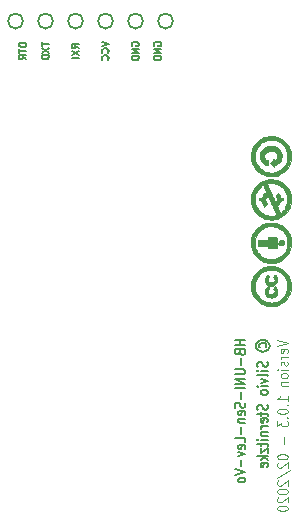
<source format=gbr>
G04 #@! TF.GenerationSoftware,KiCad,Pcbnew,(5.0.2)-1*
G04 #@! TF.CreationDate,2020-02-25T13:04:59+01:00*
G04 #@! TF.ProjectId,HB-UNI-Sen-Lev-Vo,48422d55-4e49-42d5-9365-6e2d4c65762d,V1.0.3*
G04 #@! TF.SameCoordinates,Original*
G04 #@! TF.FileFunction,Legend,Bot*
G04 #@! TF.FilePolarity,Positive*
%FSLAX46Y46*%
G04 Gerber Fmt 4.6, Leading zero omitted, Abs format (unit mm)*
G04 Created by KiCad (PCBNEW (5.0.2)-1) date 25.02.2020 13:04:59*
%MOMM*%
%LPD*%
G01*
G04 APERTURE LIST*
%ADD10C,0.187500*%
%ADD11C,0.150000*%
%ADD12C,0.010000*%
%ADD13C,0.120000*%
G04 APERTURE END LIST*
D10*
X175667142Y-79090000D02*
X174767142Y-79090000D01*
X175195714Y-79090000D02*
X175195714Y-79518571D01*
X175667142Y-79518571D02*
X174767142Y-79518571D01*
X175195714Y-80125714D02*
X175238571Y-80232857D01*
X175281428Y-80268571D01*
X175367142Y-80304285D01*
X175495714Y-80304285D01*
X175581428Y-80268571D01*
X175624285Y-80232857D01*
X175667142Y-80161428D01*
X175667142Y-79875714D01*
X174767142Y-79875714D01*
X174767142Y-80125714D01*
X174810000Y-80197142D01*
X174852857Y-80232857D01*
X174938571Y-80268571D01*
X175024285Y-80268571D01*
X175110000Y-80232857D01*
X175152857Y-80197142D01*
X175195714Y-80125714D01*
X175195714Y-79875714D01*
X175324285Y-80625714D02*
X175324285Y-81197142D01*
X174767142Y-81554285D02*
X175495714Y-81554285D01*
X175581428Y-81590000D01*
X175624285Y-81625714D01*
X175667142Y-81697142D01*
X175667142Y-81840000D01*
X175624285Y-81911428D01*
X175581428Y-81947142D01*
X175495714Y-81982857D01*
X174767142Y-81982857D01*
X175667142Y-82340000D02*
X174767142Y-82340000D01*
X175667142Y-82768571D01*
X174767142Y-82768571D01*
X175667142Y-83125714D02*
X174767142Y-83125714D01*
X175324285Y-83482857D02*
X175324285Y-84054285D01*
X175624285Y-84375714D02*
X175667142Y-84482857D01*
X175667142Y-84661428D01*
X175624285Y-84732857D01*
X175581428Y-84768571D01*
X175495714Y-84804285D01*
X175410000Y-84804285D01*
X175324285Y-84768571D01*
X175281428Y-84732857D01*
X175238571Y-84661428D01*
X175195714Y-84518571D01*
X175152857Y-84447142D01*
X175110000Y-84411428D01*
X175024285Y-84375714D01*
X174938571Y-84375714D01*
X174852857Y-84411428D01*
X174810000Y-84447142D01*
X174767142Y-84518571D01*
X174767142Y-84697142D01*
X174810000Y-84804285D01*
X175624285Y-85411428D02*
X175667142Y-85340000D01*
X175667142Y-85197142D01*
X175624285Y-85125714D01*
X175538571Y-85090000D01*
X175195714Y-85090000D01*
X175110000Y-85125714D01*
X175067142Y-85197142D01*
X175067142Y-85340000D01*
X175110000Y-85411428D01*
X175195714Y-85447142D01*
X175281428Y-85447142D01*
X175367142Y-85090000D01*
X175067142Y-85768571D02*
X175667142Y-85768571D01*
X175152857Y-85768571D02*
X175110000Y-85804285D01*
X175067142Y-85875714D01*
X175067142Y-85982857D01*
X175110000Y-86054285D01*
X175195714Y-86090000D01*
X175667142Y-86090000D01*
X175324285Y-86447142D02*
X175324285Y-87018571D01*
X175667142Y-87732857D02*
X175667142Y-87375714D01*
X174767142Y-87375714D01*
X175624285Y-88268571D02*
X175667142Y-88197142D01*
X175667142Y-88054285D01*
X175624285Y-87982857D01*
X175538571Y-87947142D01*
X175195714Y-87947142D01*
X175110000Y-87982857D01*
X175067142Y-88054285D01*
X175067142Y-88197142D01*
X175110000Y-88268571D01*
X175195714Y-88304285D01*
X175281428Y-88304285D01*
X175367142Y-87947142D01*
X175067142Y-88554285D02*
X175667142Y-88732857D01*
X175067142Y-88911428D01*
X175324285Y-89197142D02*
X175324285Y-89768571D01*
X174767142Y-90018571D02*
X175667142Y-90268571D01*
X174767142Y-90518571D01*
X175667142Y-90875714D02*
X175624285Y-90804285D01*
X175581428Y-90768571D01*
X175495714Y-90732857D01*
X175238571Y-90732857D01*
X175152857Y-90768571D01*
X175110000Y-90804285D01*
X175067142Y-90875714D01*
X175067142Y-90982857D01*
X175110000Y-91054285D01*
X175152857Y-91090000D01*
X175238571Y-91125714D01*
X175495714Y-91125714D01*
X175581428Y-91090000D01*
X175624285Y-91054285D01*
X175667142Y-90982857D01*
X175667142Y-90875714D01*
D11*
G04 #@! TO.C,U1*
X169545000Y-52070000D02*
G75*
G03X169545000Y-52070000I-635000J0D01*
G01*
X167005000Y-52070000D02*
G75*
G03X167005000Y-52070000I-635000J0D01*
G01*
X164465000Y-52070000D02*
G75*
G03X164465000Y-52070000I-635000J0D01*
G01*
X161925000Y-52070000D02*
G75*
G03X161925000Y-52070000I-635000J0D01*
G01*
X159385000Y-52070000D02*
G75*
G03X159385000Y-52070000I-635000J0D01*
G01*
X156845000Y-52070000D02*
G75*
G03X156845000Y-52070000I-635000J0D01*
G01*
D12*
G04 #@! TO.C,G\002A\002A\002A*
G36*
X178732592Y-63392837D02*
X178713157Y-63268464D01*
X178699108Y-63215656D01*
X178633894Y-63066137D01*
X178539337Y-62935043D01*
X178418752Y-62824983D01*
X178275452Y-62738563D01*
X178112751Y-62678391D01*
X177983368Y-62652503D01*
X177788843Y-62641867D01*
X177605944Y-62662829D01*
X177437625Y-62714670D01*
X177286842Y-62796673D01*
X177237076Y-62833718D01*
X177111353Y-62957395D01*
X177015060Y-63100519D01*
X176949539Y-63259560D01*
X176916135Y-63430988D01*
X176916193Y-63611272D01*
X176922088Y-63660785D01*
X176961746Y-63814037D01*
X177032336Y-63952340D01*
X177130206Y-64071739D01*
X177251708Y-64168277D01*
X177393192Y-64237996D01*
X177477964Y-64263420D01*
X177573214Y-64285942D01*
X177573214Y-63858094D01*
X177493690Y-63838069D01*
X177417330Y-63803128D01*
X177348882Y-63744233D01*
X177299950Y-63672527D01*
X177287727Y-63640275D01*
X177280176Y-63594893D01*
X177275268Y-63529899D01*
X177274163Y-63480070D01*
X177288555Y-63371439D01*
X177332515Y-63280844D01*
X177408212Y-63204768D01*
X177467728Y-63165786D01*
X177577621Y-63118257D01*
X177702095Y-63089608D01*
X177833590Y-63079267D01*
X177964548Y-63086663D01*
X178087409Y-63111224D01*
X178194615Y-63152379D01*
X178278605Y-63209554D01*
X178297071Y-63228513D01*
X178352704Y-63318017D01*
X178381649Y-63424175D01*
X178383026Y-63538130D01*
X178355952Y-63651028D01*
X178342306Y-63683038D01*
X178298752Y-63743782D01*
X178235315Y-63796853D01*
X178165871Y-63831774D01*
X178136021Y-63838820D01*
X178101698Y-63836373D01*
X178085225Y-63810404D01*
X178081592Y-63794269D01*
X178076751Y-63774516D01*
X178068484Y-63766082D01*
X178052432Y-63771834D01*
X178024238Y-63794641D01*
X177979541Y-63837369D01*
X177913984Y-63902886D01*
X177909235Y-63907662D01*
X177746328Y-64071500D01*
X177909235Y-64235380D01*
X178072143Y-64399261D01*
X178081214Y-64339702D01*
X178091331Y-64301350D01*
X178113797Y-64278036D01*
X178159233Y-64259978D01*
X178171929Y-64256161D01*
X178338808Y-64192512D01*
X178476370Y-64107887D01*
X178585410Y-64001554D01*
X178666723Y-63872781D01*
X178709945Y-63761186D01*
X178731263Y-63653179D01*
X178738719Y-63525736D01*
X178732592Y-63392837D01*
X178732592Y-63392837D01*
G37*
X178732592Y-63392837D02*
X178713157Y-63268464D01*
X178699108Y-63215656D01*
X178633894Y-63066137D01*
X178539337Y-62935043D01*
X178418752Y-62824983D01*
X178275452Y-62738563D01*
X178112751Y-62678391D01*
X177983368Y-62652503D01*
X177788843Y-62641867D01*
X177605944Y-62662829D01*
X177437625Y-62714670D01*
X177286842Y-62796673D01*
X177237076Y-62833718D01*
X177111353Y-62957395D01*
X177015060Y-63100519D01*
X176949539Y-63259560D01*
X176916135Y-63430988D01*
X176916193Y-63611272D01*
X176922088Y-63660785D01*
X176961746Y-63814037D01*
X177032336Y-63952340D01*
X177130206Y-64071739D01*
X177251708Y-64168277D01*
X177393192Y-64237996D01*
X177477964Y-64263420D01*
X177573214Y-64285942D01*
X177573214Y-63858094D01*
X177493690Y-63838069D01*
X177417330Y-63803128D01*
X177348882Y-63744233D01*
X177299950Y-63672527D01*
X177287727Y-63640275D01*
X177280176Y-63594893D01*
X177275268Y-63529899D01*
X177274163Y-63480070D01*
X177288555Y-63371439D01*
X177332515Y-63280844D01*
X177408212Y-63204768D01*
X177467728Y-63165786D01*
X177577621Y-63118257D01*
X177702095Y-63089608D01*
X177833590Y-63079267D01*
X177964548Y-63086663D01*
X178087409Y-63111224D01*
X178194615Y-63152379D01*
X178278605Y-63209554D01*
X178297071Y-63228513D01*
X178352704Y-63318017D01*
X178381649Y-63424175D01*
X178383026Y-63538130D01*
X178355952Y-63651028D01*
X178342306Y-63683038D01*
X178298752Y-63743782D01*
X178235315Y-63796853D01*
X178165871Y-63831774D01*
X178136021Y-63838820D01*
X178101698Y-63836373D01*
X178085225Y-63810404D01*
X178081592Y-63794269D01*
X178076751Y-63774516D01*
X178068484Y-63766082D01*
X178052432Y-63771834D01*
X178024238Y-63794641D01*
X177979541Y-63837369D01*
X177913984Y-63902886D01*
X177909235Y-63907662D01*
X177746328Y-64071500D01*
X177909235Y-64235380D01*
X178072143Y-64399261D01*
X178081214Y-64339702D01*
X178091331Y-64301350D01*
X178113797Y-64278036D01*
X178159233Y-64259978D01*
X178171929Y-64256161D01*
X178338808Y-64192512D01*
X178476370Y-64107887D01*
X178585410Y-64001554D01*
X178666723Y-63872781D01*
X178709945Y-63761186D01*
X178731263Y-63653179D01*
X178738719Y-63525736D01*
X178732592Y-63392837D01*
G36*
X178944706Y-70783329D02*
X178914901Y-70705566D01*
X178886528Y-70669333D01*
X178820961Y-70626985D01*
X178740487Y-70608420D01*
X178656009Y-70612925D01*
X178578433Y-70639787D01*
X178518664Y-70688294D01*
X178514561Y-70693655D01*
X178484472Y-70758956D01*
X178471023Y-70840763D01*
X178476456Y-70922274D01*
X178481425Y-70941966D01*
X178514278Y-71007836D01*
X178568063Y-71050096D01*
X178646964Y-71071164D01*
X178710985Y-71074643D01*
X178777808Y-71072825D01*
X178821118Y-71064776D01*
X178853611Y-71046601D01*
X178879561Y-71022944D01*
X178926825Y-70952779D01*
X178948610Y-70869321D01*
X178944706Y-70783329D01*
X178944706Y-70783329D01*
G37*
X178944706Y-70783329D02*
X178914901Y-70705566D01*
X178886528Y-70669333D01*
X178820961Y-70626985D01*
X178740487Y-70608420D01*
X178656009Y-70612925D01*
X178578433Y-70639787D01*
X178518664Y-70688294D01*
X178514561Y-70693655D01*
X178484472Y-70758956D01*
X178471023Y-70840763D01*
X178476456Y-70922274D01*
X178481425Y-70941966D01*
X178514278Y-71007836D01*
X178568063Y-71050096D01*
X178646964Y-71071164D01*
X178710985Y-71074643D01*
X178777808Y-71072825D01*
X178821118Y-71064776D01*
X178853611Y-71046601D01*
X178879561Y-71022944D01*
X178926825Y-70952779D01*
X178948610Y-70869321D01*
X178944706Y-70783329D01*
G36*
X178371165Y-70709275D02*
X178369958Y-70607061D01*
X178367575Y-70531967D01*
X178363711Y-70479411D01*
X178358063Y-70444815D01*
X178350326Y-70423596D01*
X178342990Y-70413725D01*
X178328206Y-70403873D01*
X178303100Y-70396520D01*
X178262896Y-70391326D01*
X178202819Y-70387949D01*
X178118093Y-70386047D01*
X178003941Y-70385280D01*
X177943847Y-70385215D01*
X177573214Y-70385215D01*
X177573214Y-70584786D01*
X176738643Y-70584786D01*
X176738643Y-71110929D01*
X177573214Y-71110929D01*
X177573214Y-71310500D01*
X177942331Y-71310500D01*
X178068194Y-71310241D01*
X178162773Y-71309188D01*
X178231066Y-71306923D01*
X178278071Y-71303033D01*
X178308789Y-71297102D01*
X178328217Y-71288713D01*
X178341356Y-71277452D01*
X178341474Y-71277322D01*
X178351429Y-71262259D01*
X178358951Y-71238854D01*
X178364368Y-71202390D01*
X178368005Y-71148152D01*
X178370188Y-71071421D01*
X178371244Y-70967483D01*
X178371500Y-70843189D01*
X178371165Y-70709275D01*
X178371165Y-70709275D01*
G37*
X178371165Y-70709275D02*
X178369958Y-70607061D01*
X178367575Y-70531967D01*
X178363711Y-70479411D01*
X178358063Y-70444815D01*
X178350326Y-70423596D01*
X178342990Y-70413725D01*
X178328206Y-70403873D01*
X178303100Y-70396520D01*
X178262896Y-70391326D01*
X178202819Y-70387949D01*
X178118093Y-70386047D01*
X178003941Y-70385280D01*
X177943847Y-70385215D01*
X177573214Y-70385215D01*
X177573214Y-70584786D01*
X176738643Y-70584786D01*
X176738643Y-71110929D01*
X177573214Y-71110929D01*
X177573214Y-71310500D01*
X177942331Y-71310500D01*
X178068194Y-71310241D01*
X178162773Y-71309188D01*
X178231066Y-71306923D01*
X178278071Y-71303033D01*
X178308789Y-71297102D01*
X178328217Y-71288713D01*
X178341356Y-71277452D01*
X178341474Y-71277322D01*
X178351429Y-71262259D01*
X178358951Y-71238854D01*
X178364368Y-71202390D01*
X178368005Y-71148152D01*
X178370188Y-71071421D01*
X178371244Y-70967483D01*
X178371500Y-70843189D01*
X178371165Y-70709275D01*
G36*
X178369296Y-73949638D02*
X178354746Y-73843050D01*
X178327493Y-73751424D01*
X178311151Y-73718169D01*
X178273323Y-73663615D01*
X178228666Y-73613488D01*
X178184593Y-73574581D01*
X178148519Y-73553684D01*
X178131563Y-73553665D01*
X178116159Y-73573631D01*
X178090830Y-73616501D01*
X178064730Y-73665858D01*
X178012771Y-73768857D01*
X178057153Y-73802276D01*
X178095866Y-73842314D01*
X178129227Y-73893836D01*
X178130721Y-73896897D01*
X178148130Y-73971999D01*
X178134787Y-74047594D01*
X178094032Y-74112366D01*
X178058744Y-74140765D01*
X177970939Y-74176704D01*
X177870948Y-74190091D01*
X177769568Y-74181794D01*
X177677598Y-74152682D01*
X177606633Y-74104425D01*
X177574531Y-74065900D01*
X177559219Y-74024468D01*
X177555087Y-73964233D01*
X177555071Y-73958360D01*
X177557936Y-73898527D01*
X177571252Y-73858013D01*
X177602100Y-73820006D01*
X177621118Y-73801566D01*
X177687165Y-73739276D01*
X177644674Y-73648554D01*
X177618604Y-73596690D01*
X177596735Y-73559768D01*
X177587376Y-73548683D01*
X177561711Y-73552281D01*
X177522245Y-73578932D01*
X177475972Y-73621953D01*
X177429884Y-73674661D01*
X177390976Y-73730372D01*
X177383386Y-73743626D01*
X177343322Y-73848546D01*
X177324262Y-73969288D01*
X177327467Y-74091230D01*
X177346007Y-74177072D01*
X177400216Y-74287040D01*
X177484570Y-74378145D01*
X177586251Y-74442878D01*
X177644583Y-74468770D01*
X177697524Y-74484045D01*
X177758697Y-74491334D01*
X177841724Y-74493272D01*
X177846966Y-74493276D01*
X177929699Y-74491755D01*
X177989679Y-74485352D01*
X178040373Y-74471306D01*
X178095253Y-74446854D01*
X178110199Y-74439307D01*
X178214281Y-74368896D01*
X178295717Y-74278368D01*
X178348424Y-74174823D01*
X178354860Y-74153630D01*
X178369786Y-74057670D01*
X178369296Y-73949638D01*
X178369296Y-73949638D01*
G37*
X178369296Y-73949638D02*
X178354746Y-73843050D01*
X178327493Y-73751424D01*
X178311151Y-73718169D01*
X178273323Y-73663615D01*
X178228666Y-73613488D01*
X178184593Y-73574581D01*
X178148519Y-73553684D01*
X178131563Y-73553665D01*
X178116159Y-73573631D01*
X178090830Y-73616501D01*
X178064730Y-73665858D01*
X178012771Y-73768857D01*
X178057153Y-73802276D01*
X178095866Y-73842314D01*
X178129227Y-73893836D01*
X178130721Y-73896897D01*
X178148130Y-73971999D01*
X178134787Y-74047594D01*
X178094032Y-74112366D01*
X178058744Y-74140765D01*
X177970939Y-74176704D01*
X177870948Y-74190091D01*
X177769568Y-74181794D01*
X177677598Y-74152682D01*
X177606633Y-74104425D01*
X177574531Y-74065900D01*
X177559219Y-74024468D01*
X177555087Y-73964233D01*
X177555071Y-73958360D01*
X177557936Y-73898527D01*
X177571252Y-73858013D01*
X177602100Y-73820006D01*
X177621118Y-73801566D01*
X177687165Y-73739276D01*
X177644674Y-73648554D01*
X177618604Y-73596690D01*
X177596735Y-73559768D01*
X177587376Y-73548683D01*
X177561711Y-73552281D01*
X177522245Y-73578932D01*
X177475972Y-73621953D01*
X177429884Y-73674661D01*
X177390976Y-73730372D01*
X177383386Y-73743626D01*
X177343322Y-73848546D01*
X177324262Y-73969288D01*
X177327467Y-74091230D01*
X177346007Y-74177072D01*
X177400216Y-74287040D01*
X177484570Y-74378145D01*
X177586251Y-74442878D01*
X177644583Y-74468770D01*
X177697524Y-74484045D01*
X177758697Y-74491334D01*
X177841724Y-74493272D01*
X177846966Y-74493276D01*
X177929699Y-74491755D01*
X177989679Y-74485352D01*
X178040373Y-74471306D01*
X178095253Y-74446854D01*
X178110199Y-74439307D01*
X178214281Y-74368896D01*
X178295717Y-74278368D01*
X178348424Y-74174823D01*
X178354860Y-74153630D01*
X178369786Y-74057670D01*
X178369296Y-73949638D01*
G36*
X178363939Y-74868453D02*
X178346339Y-74781946D01*
X178343535Y-74773531D01*
X178319467Y-74725035D01*
X178281703Y-74669331D01*
X178237443Y-74614908D01*
X178193890Y-74570251D01*
X178158246Y-74543848D01*
X178145473Y-74540144D01*
X178127826Y-74555020D01*
X178099776Y-74593801D01*
X178067588Y-74647752D01*
X178008604Y-74755145D01*
X178062597Y-74793591D01*
X178117583Y-74853335D01*
X178143739Y-74928500D01*
X178138320Y-75009281D01*
X178129861Y-75033783D01*
X178091814Y-75096588D01*
X178035777Y-75138301D01*
X177955443Y-75162560D01*
X177893335Y-75170220D01*
X177777333Y-75169608D01*
X177686418Y-75146107D01*
X177616574Y-75098501D01*
X177601022Y-75081611D01*
X177565392Y-75016122D01*
X177554139Y-74941413D01*
X177565962Y-74868084D01*
X177599558Y-74806734D01*
X177638718Y-74774713D01*
X177668828Y-74753224D01*
X177679135Y-74726387D01*
X177669258Y-74686618D01*
X177638814Y-74626333D01*
X177630485Y-74611604D01*
X177578898Y-74521280D01*
X177493655Y-74596314D01*
X177410657Y-74683471D01*
X177358272Y-74775914D01*
X177331543Y-74884062D01*
X177326212Y-74948143D01*
X177325466Y-75021305D01*
X177328835Y-75087544D01*
X177335001Y-75129572D01*
X177382482Y-75242729D01*
X177458814Y-75340683D01*
X177557454Y-75416217D01*
X177623048Y-75447188D01*
X177745574Y-75476880D01*
X177879997Y-75482553D01*
X178011047Y-75464248D01*
X178070695Y-75446055D01*
X178159542Y-75398397D01*
X178242180Y-75328431D01*
X178308862Y-75246105D01*
X178349841Y-75161367D01*
X178349932Y-75161064D01*
X178366006Y-75074351D01*
X178370585Y-74971368D01*
X178363939Y-74868453D01*
X178363939Y-74868453D01*
G37*
X178363939Y-74868453D02*
X178346339Y-74781946D01*
X178343535Y-74773531D01*
X178319467Y-74725035D01*
X178281703Y-74669331D01*
X178237443Y-74614908D01*
X178193890Y-74570251D01*
X178158246Y-74543848D01*
X178145473Y-74540144D01*
X178127826Y-74555020D01*
X178099776Y-74593801D01*
X178067588Y-74647752D01*
X178008604Y-74755145D01*
X178062597Y-74793591D01*
X178117583Y-74853335D01*
X178143739Y-74928500D01*
X178138320Y-75009281D01*
X178129861Y-75033783D01*
X178091814Y-75096588D01*
X178035777Y-75138301D01*
X177955443Y-75162560D01*
X177893335Y-75170220D01*
X177777333Y-75169608D01*
X177686418Y-75146107D01*
X177616574Y-75098501D01*
X177601022Y-75081611D01*
X177565392Y-75016122D01*
X177554139Y-74941413D01*
X177565962Y-74868084D01*
X177599558Y-74806734D01*
X177638718Y-74774713D01*
X177668828Y-74753224D01*
X177679135Y-74726387D01*
X177669258Y-74686618D01*
X177638814Y-74626333D01*
X177630485Y-74611604D01*
X177578898Y-74521280D01*
X177493655Y-74596314D01*
X177410657Y-74683471D01*
X177358272Y-74775914D01*
X177331543Y-74884062D01*
X177326212Y-74948143D01*
X177325466Y-75021305D01*
X177328835Y-75087544D01*
X177335001Y-75129572D01*
X177382482Y-75242729D01*
X177458814Y-75340683D01*
X177557454Y-75416217D01*
X177623048Y-75447188D01*
X177745574Y-75476880D01*
X177879997Y-75482553D01*
X178011047Y-75464248D01*
X178070695Y-75446055D01*
X178159542Y-75398397D01*
X178242180Y-75328431D01*
X178308862Y-75246105D01*
X178349841Y-75161367D01*
X178349932Y-75161064D01*
X178366006Y-75074351D01*
X178370585Y-74971368D01*
X178363939Y-74868453D01*
G36*
X179541435Y-63353658D02*
X179501990Y-63108511D01*
X179465409Y-62973857D01*
X179378438Y-62755238D01*
X179259184Y-62549893D01*
X179110277Y-62361204D01*
X178934344Y-62192555D01*
X178756493Y-62061617D01*
X178555095Y-61952579D01*
X178338374Y-61873731D01*
X178111083Y-61825039D01*
X177877979Y-61806471D01*
X177643818Y-61817992D01*
X177413356Y-61859569D01*
X177191347Y-61931170D01*
X176982549Y-62032760D01*
X176914802Y-62074524D01*
X176733932Y-62213335D01*
X176570191Y-62380114D01*
X176427775Y-62568929D01*
X176310885Y-62773845D01*
X176223718Y-62988927D01*
X176193747Y-63093718D01*
X176162922Y-63261346D01*
X176147776Y-63442723D01*
X176148621Y-63624239D01*
X176165767Y-63792283D01*
X176176488Y-63849160D01*
X176242289Y-64083013D01*
X176334478Y-64295412D01*
X176455856Y-64491319D01*
X176609222Y-64675694D01*
X176687446Y-64754335D01*
X176877822Y-64912765D01*
X177083069Y-65038132D01*
X177302621Y-65130209D01*
X177535911Y-65188770D01*
X177782370Y-65213589D01*
X177841260Y-65214500D01*
X177855547Y-65213665D01*
X177855547Y-64903246D01*
X177716646Y-64899742D01*
X177592829Y-64885780D01*
X177562145Y-64879841D01*
X177358850Y-64817855D01*
X177168145Y-64724587D01*
X176993300Y-64603603D01*
X176837582Y-64458467D01*
X176704259Y-64292745D01*
X176596600Y-64110002D01*
X176517874Y-63913802D01*
X176471347Y-63707711D01*
X176468628Y-63687001D01*
X176459821Y-63529150D01*
X176468281Y-63359722D01*
X176492749Y-63198297D01*
X176502749Y-63155429D01*
X176568101Y-62967622D01*
X176664518Y-62784878D01*
X176786821Y-62614065D01*
X176929835Y-62462051D01*
X177088383Y-62335706D01*
X177149761Y-62296948D01*
X177329841Y-62210938D01*
X177527851Y-62151684D01*
X177736155Y-62120189D01*
X177947119Y-62117457D01*
X178153110Y-62144493D01*
X178209244Y-62157634D01*
X178399077Y-62224607D01*
X178580908Y-62323166D01*
X178749098Y-62448684D01*
X178898007Y-62596540D01*
X179021996Y-62762108D01*
X179086527Y-62876981D01*
X179146256Y-63007215D01*
X179187760Y-63122040D01*
X179213936Y-63234057D01*
X179227683Y-63355868D01*
X179231900Y-63500076D01*
X179231913Y-63509072D01*
X179224692Y-63685705D01*
X179201077Y-63840252D01*
X179158320Y-63984249D01*
X179093673Y-64129231D01*
X179076342Y-64162215D01*
X178959921Y-64341683D01*
X178814794Y-64504451D01*
X178646438Y-64645995D01*
X178460328Y-64761792D01*
X178261941Y-64847320D01*
X178236938Y-64855535D01*
X178128274Y-64880689D01*
X177996949Y-64896744D01*
X177855547Y-64903246D01*
X177855547Y-65213665D01*
X178085932Y-65200198D01*
X178312131Y-65156245D01*
X178524366Y-65081070D01*
X178727145Y-64973104D01*
X178911304Y-64841803D01*
X179092165Y-64674717D01*
X179244234Y-64487442D01*
X179366619Y-64282988D01*
X179458425Y-64064371D01*
X179518759Y-63834601D01*
X179546727Y-63596693D01*
X179541435Y-63353658D01*
X179541435Y-63353658D01*
G37*
X179541435Y-63353658D02*
X179501990Y-63108511D01*
X179465409Y-62973857D01*
X179378438Y-62755238D01*
X179259184Y-62549893D01*
X179110277Y-62361204D01*
X178934344Y-62192555D01*
X178756493Y-62061617D01*
X178555095Y-61952579D01*
X178338374Y-61873731D01*
X178111083Y-61825039D01*
X177877979Y-61806471D01*
X177643818Y-61817992D01*
X177413356Y-61859569D01*
X177191347Y-61931170D01*
X176982549Y-62032760D01*
X176914802Y-62074524D01*
X176733932Y-62213335D01*
X176570191Y-62380114D01*
X176427775Y-62568929D01*
X176310885Y-62773845D01*
X176223718Y-62988927D01*
X176193747Y-63093718D01*
X176162922Y-63261346D01*
X176147776Y-63442723D01*
X176148621Y-63624239D01*
X176165767Y-63792283D01*
X176176488Y-63849160D01*
X176242289Y-64083013D01*
X176334478Y-64295412D01*
X176455856Y-64491319D01*
X176609222Y-64675694D01*
X176687446Y-64754335D01*
X176877822Y-64912765D01*
X177083069Y-65038132D01*
X177302621Y-65130209D01*
X177535911Y-65188770D01*
X177782370Y-65213589D01*
X177841260Y-65214500D01*
X177855547Y-65213665D01*
X177855547Y-64903246D01*
X177716646Y-64899742D01*
X177592829Y-64885780D01*
X177562145Y-64879841D01*
X177358850Y-64817855D01*
X177168145Y-64724587D01*
X176993300Y-64603603D01*
X176837582Y-64458467D01*
X176704259Y-64292745D01*
X176596600Y-64110002D01*
X176517874Y-63913802D01*
X176471347Y-63707711D01*
X176468628Y-63687001D01*
X176459821Y-63529150D01*
X176468281Y-63359722D01*
X176492749Y-63198297D01*
X176502749Y-63155429D01*
X176568101Y-62967622D01*
X176664518Y-62784878D01*
X176786821Y-62614065D01*
X176929835Y-62462051D01*
X177088383Y-62335706D01*
X177149761Y-62296948D01*
X177329841Y-62210938D01*
X177527851Y-62151684D01*
X177736155Y-62120189D01*
X177947119Y-62117457D01*
X178153110Y-62144493D01*
X178209244Y-62157634D01*
X178399077Y-62224607D01*
X178580908Y-62323166D01*
X178749098Y-62448684D01*
X178898007Y-62596540D01*
X179021996Y-62762108D01*
X179086527Y-62876981D01*
X179146256Y-63007215D01*
X179187760Y-63122040D01*
X179213936Y-63234057D01*
X179227683Y-63355868D01*
X179231900Y-63500076D01*
X179231913Y-63509072D01*
X179224692Y-63685705D01*
X179201077Y-63840252D01*
X179158320Y-63984249D01*
X179093673Y-64129231D01*
X179076342Y-64162215D01*
X178959921Y-64341683D01*
X178814794Y-64504451D01*
X178646438Y-64645995D01*
X178460328Y-64761792D01*
X178261941Y-64847320D01*
X178236938Y-64855535D01*
X178128274Y-64880689D01*
X177996949Y-64896744D01*
X177855547Y-64903246D01*
X177855547Y-65213665D01*
X178085932Y-65200198D01*
X178312131Y-65156245D01*
X178524366Y-65081070D01*
X178727145Y-64973104D01*
X178911304Y-64841803D01*
X179092165Y-64674717D01*
X179244234Y-64487442D01*
X179366619Y-64282988D01*
X179458425Y-64064371D01*
X179518759Y-63834601D01*
X179546727Y-63596693D01*
X179541435Y-63353658D01*
G36*
X179541452Y-67020003D02*
X179504343Y-66784536D01*
X179437457Y-66558259D01*
X179341488Y-66346662D01*
X179279745Y-66243374D01*
X179128697Y-66044401D01*
X178954269Y-65872023D01*
X178758826Y-65727935D01*
X178544733Y-65613830D01*
X178314355Y-65531403D01*
X178269483Y-65519598D01*
X178126319Y-65493672D01*
X177961846Y-65479649D01*
X177788858Y-65477534D01*
X177620150Y-65487330D01*
X177468516Y-65509045D01*
X177422604Y-65519272D01*
X177202486Y-65589477D01*
X177002350Y-65686782D01*
X176817198Y-65814116D01*
X176642032Y-65974404D01*
X176637548Y-65979056D01*
X176492351Y-66145322D01*
X176377249Y-66312635D01*
X176286851Y-66489617D01*
X176236624Y-66620224D01*
X176175974Y-66849489D01*
X176146244Y-67086559D01*
X176148121Y-67322762D01*
X176168500Y-67482357D01*
X176227119Y-67707669D01*
X176317950Y-67923693D01*
X176437726Y-68126676D01*
X176583179Y-68312869D01*
X176751042Y-68478520D01*
X176938047Y-68619878D01*
X177140926Y-68733192D01*
X177319214Y-68803317D01*
X177434390Y-68837042D01*
X177540170Y-68859740D01*
X177647695Y-68872727D01*
X177768110Y-68877317D01*
X177850847Y-68875891D01*
X177850847Y-68570614D01*
X177674472Y-68562068D01*
X177518089Y-68535172D01*
X177368857Y-68487022D01*
X177255714Y-68436121D01*
X177057395Y-68318753D01*
X176885755Y-68176869D01*
X176740101Y-68009774D01*
X176619739Y-67816774D01*
X176600846Y-67779515D01*
X176549581Y-67667896D01*
X176513056Y-67567875D01*
X176489310Y-67469407D01*
X176476385Y-67362448D01*
X176472318Y-67236952D01*
X176473799Y-67128572D01*
X176478038Y-67012717D01*
X176484627Y-66924079D01*
X176494706Y-66853611D01*
X176509413Y-66792264D01*
X176520603Y-66757035D01*
X176585457Y-66592048D01*
X176661899Y-66448886D01*
X176757238Y-66315826D01*
X176878783Y-66181148D01*
X176881395Y-66178495D01*
X176962832Y-66100163D01*
X177036832Y-66037039D01*
X177099285Y-65992068D01*
X177146079Y-65968193D01*
X177173104Y-65968358D01*
X177173881Y-65969069D01*
X177185768Y-65989790D01*
X177208956Y-66037043D01*
X177240488Y-66104218D01*
X177277403Y-66184708D01*
X177316742Y-66271905D01*
X177355545Y-66359200D01*
X177390854Y-66439984D01*
X177419708Y-66507651D01*
X177439148Y-66555591D01*
X177446214Y-66577153D01*
X177430969Y-66591037D01*
X177393774Y-66608042D01*
X177388865Y-66609800D01*
X177290262Y-66662631D01*
X177204883Y-66745092D01*
X177137325Y-66851569D01*
X177093725Y-66970292D01*
X177071806Y-67056000D01*
X176946046Y-67058124D01*
X176820286Y-67060247D01*
X176820286Y-67255572D01*
X177078840Y-67266142D01*
X177090911Y-67372834D01*
X177112060Y-67467825D01*
X177151686Y-67572590D01*
X177202817Y-67671039D01*
X177247903Y-67735134D01*
X177285039Y-67779269D01*
X177405659Y-67658649D01*
X177526278Y-67538029D01*
X177487133Y-67496360D01*
X177436680Y-67424656D01*
X177399238Y-67336067D01*
X177376421Y-67240203D01*
X177369843Y-67146674D01*
X177381118Y-67065092D01*
X177405871Y-67012417D01*
X177434439Y-66982728D01*
X177470733Y-66968794D01*
X177528763Y-66965286D01*
X177529780Y-66965286D01*
X177584370Y-66967391D01*
X177615987Y-66978360D01*
X177637895Y-67005177D01*
X177650398Y-67028786D01*
X177674854Y-67079645D01*
X177709595Y-67154955D01*
X177752846Y-67250627D01*
X177802830Y-67362574D01*
X177857772Y-67486707D01*
X177915897Y-67618940D01*
X177975429Y-67755185D01*
X178034593Y-67891355D01*
X178091613Y-68023360D01*
X178144713Y-68147115D01*
X178192118Y-68258531D01*
X178232052Y-68353520D01*
X178262740Y-68427995D01*
X178282406Y-68477869D01*
X178289275Y-68499054D01*
X178289200Y-68499421D01*
X178263171Y-68514906D01*
X178208814Y-68530654D01*
X178134058Y-68545377D01*
X178046825Y-68557788D01*
X177955044Y-68566601D01*
X177866639Y-68570526D01*
X177850847Y-68570614D01*
X177850847Y-68875891D01*
X177912556Y-68874827D01*
X177922132Y-68874484D01*
X178151586Y-68854455D01*
X178358486Y-68810513D01*
X178549521Y-68740231D01*
X178618298Y-68702771D01*
X178618298Y-68334870D01*
X178601569Y-68319334D01*
X178576885Y-68278778D01*
X178549568Y-68221956D01*
X178549361Y-68221478D01*
X178521702Y-68158009D01*
X178484509Y-68073371D01*
X178443048Y-67979524D01*
X178409580Y-67904126D01*
X178318724Y-67699966D01*
X178390713Y-67663240D01*
X178478762Y-67598021D01*
X178548516Y-67501712D01*
X178599722Y-67374704D01*
X178615145Y-67314536D01*
X178622745Y-67288421D01*
X178636800Y-67273503D01*
X178665953Y-67266650D01*
X178718843Y-67264731D01*
X178752846Y-67264643D01*
X178879500Y-67264643D01*
X178879500Y-67065072D01*
X178627144Y-67065072D01*
X178615992Y-66997036D01*
X178596838Y-66914386D01*
X178567476Y-66826056D01*
X178532966Y-66745186D01*
X178498367Y-66684916D01*
X178493203Y-66678115D01*
X178453143Y-66628117D01*
X178237037Y-66846879D01*
X178278783Y-66932804D01*
X178313318Y-67025487D01*
X178329489Y-67118025D01*
X178328012Y-67203578D01*
X178309604Y-67275305D01*
X178274981Y-67326366D01*
X178235296Y-67347940D01*
X178194436Y-67351580D01*
X178171527Y-67344050D01*
X178160721Y-67324280D01*
X178137233Y-67275425D01*
X178102890Y-67201597D01*
X178059524Y-67106904D01*
X178008962Y-66995454D01*
X177953036Y-66871358D01*
X177893573Y-66738725D01*
X177832404Y-66601663D01*
X177771358Y-66464282D01*
X177712264Y-66330691D01*
X177656953Y-66204999D01*
X177607252Y-66091316D01*
X177564992Y-65993750D01*
X177532002Y-65916411D01*
X177510112Y-65863409D01*
X177501151Y-65838851D01*
X177501031Y-65838008D01*
X177516317Y-65819758D01*
X177550536Y-65806671D01*
X177712765Y-65784489D01*
X177891407Y-65781973D01*
X178072912Y-65798326D01*
X178243730Y-65832747D01*
X178305431Y-65851197D01*
X178478298Y-65926159D01*
X178645710Y-66031928D01*
X178801872Y-66163027D01*
X178940988Y-66313978D01*
X179057262Y-66479305D01*
X179138807Y-66638752D01*
X179204528Y-66840708D01*
X179237600Y-67051957D01*
X179238478Y-67266937D01*
X179207619Y-67480085D01*
X179145478Y-67685839D01*
X179052511Y-67878634D01*
X179034812Y-67907899D01*
X178995524Y-67963543D01*
X178941880Y-68029506D01*
X178879230Y-68100306D01*
X178812924Y-68170456D01*
X178748313Y-68234472D01*
X178690746Y-68286869D01*
X178645575Y-68322162D01*
X178618298Y-68334870D01*
X178618298Y-68702771D01*
X178731377Y-68641181D01*
X178900198Y-68519457D01*
X179060908Y-68372761D01*
X179205116Y-68206217D01*
X179327561Y-68027182D01*
X179422983Y-67843011D01*
X179467181Y-67726654D01*
X179523564Y-67496551D01*
X179548090Y-67259171D01*
X179541452Y-67020003D01*
X179541452Y-67020003D01*
G37*
X179541452Y-67020003D02*
X179504343Y-66784536D01*
X179437457Y-66558259D01*
X179341488Y-66346662D01*
X179279745Y-66243374D01*
X179128697Y-66044401D01*
X178954269Y-65872023D01*
X178758826Y-65727935D01*
X178544733Y-65613830D01*
X178314355Y-65531403D01*
X178269483Y-65519598D01*
X178126319Y-65493672D01*
X177961846Y-65479649D01*
X177788858Y-65477534D01*
X177620150Y-65487330D01*
X177468516Y-65509045D01*
X177422604Y-65519272D01*
X177202486Y-65589477D01*
X177002350Y-65686782D01*
X176817198Y-65814116D01*
X176642032Y-65974404D01*
X176637548Y-65979056D01*
X176492351Y-66145322D01*
X176377249Y-66312635D01*
X176286851Y-66489617D01*
X176236624Y-66620224D01*
X176175974Y-66849489D01*
X176146244Y-67086559D01*
X176148121Y-67322762D01*
X176168500Y-67482357D01*
X176227119Y-67707669D01*
X176317950Y-67923693D01*
X176437726Y-68126676D01*
X176583179Y-68312869D01*
X176751042Y-68478520D01*
X176938047Y-68619878D01*
X177140926Y-68733192D01*
X177319214Y-68803317D01*
X177434390Y-68837042D01*
X177540170Y-68859740D01*
X177647695Y-68872727D01*
X177768110Y-68877317D01*
X177850847Y-68875891D01*
X177850847Y-68570614D01*
X177674472Y-68562068D01*
X177518089Y-68535172D01*
X177368857Y-68487022D01*
X177255714Y-68436121D01*
X177057395Y-68318753D01*
X176885755Y-68176869D01*
X176740101Y-68009774D01*
X176619739Y-67816774D01*
X176600846Y-67779515D01*
X176549581Y-67667896D01*
X176513056Y-67567875D01*
X176489310Y-67469407D01*
X176476385Y-67362448D01*
X176472318Y-67236952D01*
X176473799Y-67128572D01*
X176478038Y-67012717D01*
X176484627Y-66924079D01*
X176494706Y-66853611D01*
X176509413Y-66792264D01*
X176520603Y-66757035D01*
X176585457Y-66592048D01*
X176661899Y-66448886D01*
X176757238Y-66315826D01*
X176878783Y-66181148D01*
X176881395Y-66178495D01*
X176962832Y-66100163D01*
X177036832Y-66037039D01*
X177099285Y-65992068D01*
X177146079Y-65968193D01*
X177173104Y-65968358D01*
X177173881Y-65969069D01*
X177185768Y-65989790D01*
X177208956Y-66037043D01*
X177240488Y-66104218D01*
X177277403Y-66184708D01*
X177316742Y-66271905D01*
X177355545Y-66359200D01*
X177390854Y-66439984D01*
X177419708Y-66507651D01*
X177439148Y-66555591D01*
X177446214Y-66577153D01*
X177430969Y-66591037D01*
X177393774Y-66608042D01*
X177388865Y-66609800D01*
X177290262Y-66662631D01*
X177204883Y-66745092D01*
X177137325Y-66851569D01*
X177093725Y-66970292D01*
X177071806Y-67056000D01*
X176946046Y-67058124D01*
X176820286Y-67060247D01*
X176820286Y-67255572D01*
X177078840Y-67266142D01*
X177090911Y-67372834D01*
X177112060Y-67467825D01*
X177151686Y-67572590D01*
X177202817Y-67671039D01*
X177247903Y-67735134D01*
X177285039Y-67779269D01*
X177405659Y-67658649D01*
X177526278Y-67538029D01*
X177487133Y-67496360D01*
X177436680Y-67424656D01*
X177399238Y-67336067D01*
X177376421Y-67240203D01*
X177369843Y-67146674D01*
X177381118Y-67065092D01*
X177405871Y-67012417D01*
X177434439Y-66982728D01*
X177470733Y-66968794D01*
X177528763Y-66965286D01*
X177529780Y-66965286D01*
X177584370Y-66967391D01*
X177615987Y-66978360D01*
X177637895Y-67005177D01*
X177650398Y-67028786D01*
X177674854Y-67079645D01*
X177709595Y-67154955D01*
X177752846Y-67250627D01*
X177802830Y-67362574D01*
X177857772Y-67486707D01*
X177915897Y-67618940D01*
X177975429Y-67755185D01*
X178034593Y-67891355D01*
X178091613Y-68023360D01*
X178144713Y-68147115D01*
X178192118Y-68258531D01*
X178232052Y-68353520D01*
X178262740Y-68427995D01*
X178282406Y-68477869D01*
X178289275Y-68499054D01*
X178289200Y-68499421D01*
X178263171Y-68514906D01*
X178208814Y-68530654D01*
X178134058Y-68545377D01*
X178046825Y-68557788D01*
X177955044Y-68566601D01*
X177866639Y-68570526D01*
X177850847Y-68570614D01*
X177850847Y-68875891D01*
X177912556Y-68874827D01*
X177922132Y-68874484D01*
X178151586Y-68854455D01*
X178358486Y-68810513D01*
X178549521Y-68740231D01*
X178618298Y-68702771D01*
X178618298Y-68334870D01*
X178601569Y-68319334D01*
X178576885Y-68278778D01*
X178549568Y-68221956D01*
X178549361Y-68221478D01*
X178521702Y-68158009D01*
X178484509Y-68073371D01*
X178443048Y-67979524D01*
X178409580Y-67904126D01*
X178318724Y-67699966D01*
X178390713Y-67663240D01*
X178478762Y-67598021D01*
X178548516Y-67501712D01*
X178599722Y-67374704D01*
X178615145Y-67314536D01*
X178622745Y-67288421D01*
X178636800Y-67273503D01*
X178665953Y-67266650D01*
X178718843Y-67264731D01*
X178752846Y-67264643D01*
X178879500Y-67264643D01*
X178879500Y-67065072D01*
X178627144Y-67065072D01*
X178615992Y-66997036D01*
X178596838Y-66914386D01*
X178567476Y-66826056D01*
X178532966Y-66745186D01*
X178498367Y-66684916D01*
X178493203Y-66678115D01*
X178453143Y-66628117D01*
X178237037Y-66846879D01*
X178278783Y-66932804D01*
X178313318Y-67025487D01*
X178329489Y-67118025D01*
X178328012Y-67203578D01*
X178309604Y-67275305D01*
X178274981Y-67326366D01*
X178235296Y-67347940D01*
X178194436Y-67351580D01*
X178171527Y-67344050D01*
X178160721Y-67324280D01*
X178137233Y-67275425D01*
X178102890Y-67201597D01*
X178059524Y-67106904D01*
X178008962Y-66995454D01*
X177953036Y-66871358D01*
X177893573Y-66738725D01*
X177832404Y-66601663D01*
X177771358Y-66464282D01*
X177712264Y-66330691D01*
X177656953Y-66204999D01*
X177607252Y-66091316D01*
X177564992Y-65993750D01*
X177532002Y-65916411D01*
X177510112Y-65863409D01*
X177501151Y-65838851D01*
X177501031Y-65838008D01*
X177516317Y-65819758D01*
X177550536Y-65806671D01*
X177712765Y-65784489D01*
X177891407Y-65781973D01*
X178072912Y-65798326D01*
X178243730Y-65832747D01*
X178305431Y-65851197D01*
X178478298Y-65926159D01*
X178645710Y-66031928D01*
X178801872Y-66163027D01*
X178940988Y-66313978D01*
X179057262Y-66479305D01*
X179138807Y-66638752D01*
X179204528Y-66840708D01*
X179237600Y-67051957D01*
X179238478Y-67266937D01*
X179207619Y-67480085D01*
X179145478Y-67685839D01*
X179052511Y-67878634D01*
X179034812Y-67907899D01*
X178995524Y-67963543D01*
X178941880Y-68029506D01*
X178879230Y-68100306D01*
X178812924Y-68170456D01*
X178748313Y-68234472D01*
X178690746Y-68286869D01*
X178645575Y-68322162D01*
X178618298Y-68334870D01*
X178618298Y-68702771D01*
X178731377Y-68641181D01*
X178900198Y-68519457D01*
X179060908Y-68372761D01*
X179205116Y-68206217D01*
X179327561Y-68027182D01*
X179422983Y-67843011D01*
X179467181Y-67726654D01*
X179523564Y-67496551D01*
X179548090Y-67259171D01*
X179541452Y-67020003D01*
G36*
X179539760Y-70660643D02*
X179501246Y-70427579D01*
X179432314Y-70204269D01*
X179341724Y-70011333D01*
X179205941Y-69804238D01*
X179044593Y-69620870D01*
X178860587Y-69463470D01*
X178656829Y-69334274D01*
X178436227Y-69235524D01*
X178268110Y-69184412D01*
X178127819Y-69159181D01*
X177965980Y-69145353D01*
X177795290Y-69142935D01*
X177628443Y-69151932D01*
X177478138Y-69172349D01*
X177424275Y-69184015D01*
X177200980Y-69255371D01*
X176997200Y-69355240D01*
X176808795Y-69486023D01*
X176645900Y-69635280D01*
X176479194Y-69830704D01*
X176345574Y-70040284D01*
X176243958Y-70265957D01*
X176184283Y-70462222D01*
X176166298Y-70563077D01*
X176154265Y-70687280D01*
X176148503Y-70822334D01*
X176149330Y-70955741D01*
X176157064Y-71075005D01*
X176166912Y-71144185D01*
X176226172Y-71375631D01*
X176312434Y-71587254D01*
X176428251Y-71783709D01*
X176576179Y-71969647D01*
X176677736Y-72074544D01*
X176861994Y-72232786D01*
X177054578Y-72357370D01*
X177259759Y-72450697D01*
X177447211Y-72507231D01*
X177556773Y-72526417D01*
X177689619Y-72538817D01*
X177833825Y-72544254D01*
X177840893Y-72544171D01*
X177840893Y-72235667D01*
X177684845Y-72228715D01*
X177544071Y-72207628D01*
X177519087Y-72201741D01*
X177314607Y-72131704D01*
X177121770Y-72029323D01*
X176945733Y-71897954D01*
X176791654Y-71740956D01*
X176769434Y-71713746D01*
X176685702Y-71602206D01*
X176622336Y-71501087D01*
X176572058Y-71397313D01*
X176528801Y-71281432D01*
X176478527Y-71077490D01*
X176459380Y-70863185D01*
X176471645Y-70647269D01*
X176502749Y-70485143D01*
X176568704Y-70295961D01*
X176665844Y-70113539D01*
X176789329Y-69943759D01*
X176934316Y-69792503D01*
X177095964Y-69665653D01*
X177249097Y-69578437D01*
X177373546Y-69524862D01*
X177488941Y-69488082D01*
X177607430Y-69465535D01*
X177741158Y-69454659D01*
X177845357Y-69452625D01*
X177990399Y-69455993D01*
X178112406Y-69468746D01*
X178224047Y-69493801D01*
X178337991Y-69534072D01*
X178466908Y-69592475D01*
X178479147Y-69598460D01*
X178557333Y-69638833D01*
X178621567Y-69677941D01*
X178681393Y-69722948D01*
X178746357Y-69781017D01*
X178823861Y-69857154D01*
X178913532Y-69951142D01*
X178981549Y-70032190D01*
X179035051Y-70109443D01*
X179073294Y-70176750D01*
X179162360Y-70384718D01*
X179217514Y-70601131D01*
X179238456Y-70821934D01*
X179224889Y-71043077D01*
X179176513Y-71260507D01*
X179157518Y-71317845D01*
X179074050Y-71501059D01*
X178959550Y-71674253D01*
X178818886Y-71832683D01*
X178656926Y-71971602D01*
X178478539Y-72086264D01*
X178288593Y-72171924D01*
X178277289Y-72175915D01*
X178149453Y-72208847D01*
X177999875Y-72228904D01*
X177840893Y-72235667D01*
X177840893Y-72544171D01*
X177977467Y-72542552D01*
X178108620Y-72533536D01*
X178208658Y-72518489D01*
X178434779Y-72452376D01*
X178650111Y-72353681D01*
X178850854Y-72225428D01*
X179033205Y-72070642D01*
X179193363Y-71892347D01*
X179327524Y-71693569D01*
X179386535Y-71581478D01*
X179471245Y-71363879D01*
X179524915Y-71134242D01*
X179547702Y-70898014D01*
X179539760Y-70660643D01*
X179539760Y-70660643D01*
G37*
X179539760Y-70660643D02*
X179501246Y-70427579D01*
X179432314Y-70204269D01*
X179341724Y-70011333D01*
X179205941Y-69804238D01*
X179044593Y-69620870D01*
X178860587Y-69463470D01*
X178656829Y-69334274D01*
X178436227Y-69235524D01*
X178268110Y-69184412D01*
X178127819Y-69159181D01*
X177965980Y-69145353D01*
X177795290Y-69142935D01*
X177628443Y-69151932D01*
X177478138Y-69172349D01*
X177424275Y-69184015D01*
X177200980Y-69255371D01*
X176997200Y-69355240D01*
X176808795Y-69486023D01*
X176645900Y-69635280D01*
X176479194Y-69830704D01*
X176345574Y-70040284D01*
X176243958Y-70265957D01*
X176184283Y-70462222D01*
X176166298Y-70563077D01*
X176154265Y-70687280D01*
X176148503Y-70822334D01*
X176149330Y-70955741D01*
X176157064Y-71075005D01*
X176166912Y-71144185D01*
X176226172Y-71375631D01*
X176312434Y-71587254D01*
X176428251Y-71783709D01*
X176576179Y-71969647D01*
X176677736Y-72074544D01*
X176861994Y-72232786D01*
X177054578Y-72357370D01*
X177259759Y-72450697D01*
X177447211Y-72507231D01*
X177556773Y-72526417D01*
X177689619Y-72538817D01*
X177833825Y-72544254D01*
X177840893Y-72544171D01*
X177840893Y-72235667D01*
X177684845Y-72228715D01*
X177544071Y-72207628D01*
X177519087Y-72201741D01*
X177314607Y-72131704D01*
X177121770Y-72029323D01*
X176945733Y-71897954D01*
X176791654Y-71740956D01*
X176769434Y-71713746D01*
X176685702Y-71602206D01*
X176622336Y-71501087D01*
X176572058Y-71397313D01*
X176528801Y-71281432D01*
X176478527Y-71077490D01*
X176459380Y-70863185D01*
X176471645Y-70647269D01*
X176502749Y-70485143D01*
X176568704Y-70295961D01*
X176665844Y-70113539D01*
X176789329Y-69943759D01*
X176934316Y-69792503D01*
X177095964Y-69665653D01*
X177249097Y-69578437D01*
X177373546Y-69524862D01*
X177488941Y-69488082D01*
X177607430Y-69465535D01*
X177741158Y-69454659D01*
X177845357Y-69452625D01*
X177990399Y-69455993D01*
X178112406Y-69468746D01*
X178224047Y-69493801D01*
X178337991Y-69534072D01*
X178466908Y-69592475D01*
X178479147Y-69598460D01*
X178557333Y-69638833D01*
X178621567Y-69677941D01*
X178681393Y-69722948D01*
X178746357Y-69781017D01*
X178823861Y-69857154D01*
X178913532Y-69951142D01*
X178981549Y-70032190D01*
X179035051Y-70109443D01*
X179073294Y-70176750D01*
X179162360Y-70384718D01*
X179217514Y-70601131D01*
X179238456Y-70821934D01*
X179224889Y-71043077D01*
X179176513Y-71260507D01*
X179157518Y-71317845D01*
X179074050Y-71501059D01*
X178959550Y-71674253D01*
X178818886Y-71832683D01*
X178656926Y-71971602D01*
X178478539Y-72086264D01*
X178288593Y-72171924D01*
X178277289Y-72175915D01*
X178149453Y-72208847D01*
X177999875Y-72228904D01*
X177840893Y-72235667D01*
X177840893Y-72544171D01*
X177977467Y-72542552D01*
X178108620Y-72533536D01*
X178208658Y-72518489D01*
X178434779Y-72452376D01*
X178650111Y-72353681D01*
X178850854Y-72225428D01*
X179033205Y-72070642D01*
X179193363Y-71892347D01*
X179327524Y-71693569D01*
X179386535Y-71581478D01*
X179471245Y-71363879D01*
X179524915Y-71134242D01*
X179547702Y-70898014D01*
X179539760Y-70660643D01*
G36*
X179529188Y-74234048D02*
X179488038Y-74035775D01*
X179476277Y-73996553D01*
X179387012Y-73772900D01*
X179267756Y-73564151D01*
X179121824Y-73374034D01*
X178952531Y-73206276D01*
X178763192Y-73064604D01*
X178557124Y-72952745D01*
X178541706Y-72945931D01*
X178321742Y-72868610D01*
X178091825Y-72822039D01*
X177857144Y-72805801D01*
X177622889Y-72819482D01*
X177394249Y-72862668D01*
X177176414Y-72934942D01*
X176974573Y-73035890D01*
X176911000Y-73076342D01*
X176723001Y-73224018D01*
X176558452Y-73395538D01*
X176418984Y-73586985D01*
X176306227Y-73794441D01*
X176221813Y-74013992D01*
X176167372Y-74241719D01*
X176144537Y-74473707D01*
X176154937Y-74706039D01*
X176176816Y-74839286D01*
X176246186Y-75085683D01*
X176346529Y-75313250D01*
X176477429Y-75521353D01*
X176638470Y-75709353D01*
X176829236Y-75876613D01*
X176877553Y-75912283D01*
X177078993Y-76034438D01*
X177296052Y-76125944D01*
X177524117Y-76186276D01*
X177758577Y-76214909D01*
X177874907Y-76213141D01*
X177874907Y-75907072D01*
X177666962Y-75895238D01*
X177461701Y-75850592D01*
X177262371Y-75772916D01*
X177072220Y-75661996D01*
X176994590Y-75604425D01*
X176837891Y-75457803D01*
X176703058Y-75286135D01*
X176594472Y-75096170D01*
X176516519Y-74894660D01*
X176503633Y-74848357D01*
X176477528Y-74703730D01*
X176466799Y-74541496D01*
X176471436Y-74376447D01*
X176491427Y-74223376D01*
X176504171Y-74167081D01*
X176556042Y-74013949D01*
X176630664Y-73854559D01*
X176720735Y-73702985D01*
X176801903Y-73593307D01*
X176952236Y-73439684D01*
X177122802Y-73314324D01*
X177309889Y-73218225D01*
X177509784Y-73152390D01*
X177718774Y-73117817D01*
X177933147Y-73115508D01*
X178149189Y-73146461D01*
X178301752Y-73189246D01*
X178475676Y-73262473D01*
X178636071Y-73360739D01*
X178790213Y-73488767D01*
X178843214Y-73540651D01*
X178986503Y-73708896D01*
X179096695Y-73889855D01*
X179174904Y-74086037D01*
X179222243Y-74299949D01*
X179235446Y-74424947D01*
X179233382Y-74648440D01*
X179196556Y-74863653D01*
X179125950Y-75067954D01*
X179022549Y-75258708D01*
X178887334Y-75433282D01*
X178841212Y-75481606D01*
X178668566Y-75630597D01*
X178482365Y-75747855D01*
X178285856Y-75833164D01*
X178082288Y-75886309D01*
X177874907Y-75907072D01*
X177874907Y-76213141D01*
X177994823Y-76211317D01*
X178228241Y-76174976D01*
X178454221Y-76105359D01*
X178480357Y-76094852D01*
X178700912Y-75985216D01*
X178902541Y-75847352D01*
X179082227Y-75684413D01*
X179236951Y-75499554D01*
X179363696Y-75295927D01*
X179459445Y-75076687D01*
X179462186Y-75068805D01*
X179513398Y-74875116D01*
X179541729Y-74664343D01*
X179547039Y-74447113D01*
X179529188Y-74234048D01*
X179529188Y-74234048D01*
G37*
X179529188Y-74234048D02*
X179488038Y-74035775D01*
X179476277Y-73996553D01*
X179387012Y-73772900D01*
X179267756Y-73564151D01*
X179121824Y-73374034D01*
X178952531Y-73206276D01*
X178763192Y-73064604D01*
X178557124Y-72952745D01*
X178541706Y-72945931D01*
X178321742Y-72868610D01*
X178091825Y-72822039D01*
X177857144Y-72805801D01*
X177622889Y-72819482D01*
X177394249Y-72862668D01*
X177176414Y-72934942D01*
X176974573Y-73035890D01*
X176911000Y-73076342D01*
X176723001Y-73224018D01*
X176558452Y-73395538D01*
X176418984Y-73586985D01*
X176306227Y-73794441D01*
X176221813Y-74013992D01*
X176167372Y-74241719D01*
X176144537Y-74473707D01*
X176154937Y-74706039D01*
X176176816Y-74839286D01*
X176246186Y-75085683D01*
X176346529Y-75313250D01*
X176477429Y-75521353D01*
X176638470Y-75709353D01*
X176829236Y-75876613D01*
X176877553Y-75912283D01*
X177078993Y-76034438D01*
X177296052Y-76125944D01*
X177524117Y-76186276D01*
X177758577Y-76214909D01*
X177874907Y-76213141D01*
X177874907Y-75907072D01*
X177666962Y-75895238D01*
X177461701Y-75850592D01*
X177262371Y-75772916D01*
X177072220Y-75661996D01*
X176994590Y-75604425D01*
X176837891Y-75457803D01*
X176703058Y-75286135D01*
X176594472Y-75096170D01*
X176516519Y-74894660D01*
X176503633Y-74848357D01*
X176477528Y-74703730D01*
X176466799Y-74541496D01*
X176471436Y-74376447D01*
X176491427Y-74223376D01*
X176504171Y-74167081D01*
X176556042Y-74013949D01*
X176630664Y-73854559D01*
X176720735Y-73702985D01*
X176801903Y-73593307D01*
X176952236Y-73439684D01*
X177122802Y-73314324D01*
X177309889Y-73218225D01*
X177509784Y-73152390D01*
X177718774Y-73117817D01*
X177933147Y-73115508D01*
X178149189Y-73146461D01*
X178301752Y-73189246D01*
X178475676Y-73262473D01*
X178636071Y-73360739D01*
X178790213Y-73488767D01*
X178843214Y-73540651D01*
X178986503Y-73708896D01*
X179096695Y-73889855D01*
X179174904Y-74086037D01*
X179222243Y-74299949D01*
X179235446Y-74424947D01*
X179233382Y-74648440D01*
X179196556Y-74863653D01*
X179125950Y-75067954D01*
X179022549Y-75258708D01*
X178887334Y-75433282D01*
X178841212Y-75481606D01*
X178668566Y-75630597D01*
X178482365Y-75747855D01*
X178285856Y-75833164D01*
X178082288Y-75886309D01*
X177874907Y-75907072D01*
X177874907Y-76213141D01*
X177994823Y-76211317D01*
X178228241Y-76174976D01*
X178454221Y-76105359D01*
X178480357Y-76094852D01*
X178700912Y-75985216D01*
X178902541Y-75847352D01*
X179082227Y-75684413D01*
X179236951Y-75499554D01*
X179363696Y-75295927D01*
X179459445Y-75076687D01*
X179462186Y-75068805D01*
X179513398Y-74875116D01*
X179541729Y-74664343D01*
X179547039Y-74447113D01*
X179529188Y-74234048D01*
G04 #@! TO.C,U1*
D11*
X167975000Y-54152857D02*
X167946428Y-54095714D01*
X167946428Y-54010000D01*
X167975000Y-53924285D01*
X168032142Y-53867142D01*
X168089285Y-53838571D01*
X168203571Y-53810000D01*
X168289285Y-53810000D01*
X168403571Y-53838571D01*
X168460714Y-53867142D01*
X168517857Y-53924285D01*
X168546428Y-54010000D01*
X168546428Y-54067142D01*
X168517857Y-54152857D01*
X168489285Y-54181428D01*
X168289285Y-54181428D01*
X168289285Y-54067142D01*
X168546428Y-54438571D02*
X167946428Y-54438571D01*
X168546428Y-54781428D01*
X167946428Y-54781428D01*
X168546428Y-55067142D02*
X167946428Y-55067142D01*
X167946428Y-55210000D01*
X167975000Y-55295714D01*
X168032142Y-55352857D01*
X168089285Y-55381428D01*
X168203571Y-55410000D01*
X168289285Y-55410000D01*
X168403571Y-55381428D01*
X168460714Y-55352857D01*
X168517857Y-55295714D01*
X168546428Y-55210000D01*
X168546428Y-55067142D01*
X166070000Y-54152857D02*
X166041428Y-54095714D01*
X166041428Y-54010000D01*
X166070000Y-53924285D01*
X166127142Y-53867142D01*
X166184285Y-53838571D01*
X166298571Y-53810000D01*
X166384285Y-53810000D01*
X166498571Y-53838571D01*
X166555714Y-53867142D01*
X166612857Y-53924285D01*
X166641428Y-54010000D01*
X166641428Y-54067142D01*
X166612857Y-54152857D01*
X166584285Y-54181428D01*
X166384285Y-54181428D01*
X166384285Y-54067142D01*
X166641428Y-54438571D02*
X166041428Y-54438571D01*
X166641428Y-54781428D01*
X166041428Y-54781428D01*
X166641428Y-55067142D02*
X166041428Y-55067142D01*
X166041428Y-55210000D01*
X166070000Y-55295714D01*
X166127142Y-55352857D01*
X166184285Y-55381428D01*
X166298571Y-55410000D01*
X166384285Y-55410000D01*
X166498571Y-55381428D01*
X166555714Y-55352857D01*
X166612857Y-55295714D01*
X166641428Y-55210000D01*
X166641428Y-55067142D01*
X163501428Y-53810000D02*
X164101428Y-54010000D01*
X163501428Y-54210000D01*
X164044285Y-54752857D02*
X164072857Y-54724285D01*
X164101428Y-54638571D01*
X164101428Y-54581428D01*
X164072857Y-54495714D01*
X164015714Y-54438571D01*
X163958571Y-54410000D01*
X163844285Y-54381428D01*
X163758571Y-54381428D01*
X163644285Y-54410000D01*
X163587142Y-54438571D01*
X163530000Y-54495714D01*
X163501428Y-54581428D01*
X163501428Y-54638571D01*
X163530000Y-54724285D01*
X163558571Y-54752857D01*
X164044285Y-55352857D02*
X164072857Y-55324285D01*
X164101428Y-55238571D01*
X164101428Y-55181428D01*
X164072857Y-55095714D01*
X164015714Y-55038571D01*
X163958571Y-55010000D01*
X163844285Y-54981428D01*
X163758571Y-54981428D01*
X163644285Y-55010000D01*
X163587142Y-55038571D01*
X163530000Y-55095714D01*
X163501428Y-55181428D01*
X163501428Y-55238571D01*
X163530000Y-55324285D01*
X163558571Y-55352857D01*
X161561428Y-54367142D02*
X161275714Y-54167142D01*
X161561428Y-54024285D02*
X160961428Y-54024285D01*
X160961428Y-54252857D01*
X160990000Y-54310000D01*
X161018571Y-54338571D01*
X161075714Y-54367142D01*
X161161428Y-54367142D01*
X161218571Y-54338571D01*
X161247142Y-54310000D01*
X161275714Y-54252857D01*
X161275714Y-54024285D01*
X160961428Y-54567142D02*
X161561428Y-54967142D01*
X160961428Y-54967142D02*
X161561428Y-54567142D01*
X161561428Y-55195714D02*
X160961428Y-55195714D01*
X158421428Y-53852857D02*
X158421428Y-54195714D01*
X159021428Y-54024285D02*
X158421428Y-54024285D01*
X158421428Y-54338571D02*
X159021428Y-54738571D01*
X158421428Y-54738571D02*
X159021428Y-54338571D01*
X159021428Y-54967142D02*
X158421428Y-54967142D01*
X158421428Y-55110000D01*
X158450000Y-55195714D01*
X158507142Y-55252857D01*
X158564285Y-55281428D01*
X158678571Y-55310000D01*
X158764285Y-55310000D01*
X158878571Y-55281428D01*
X158935714Y-55252857D01*
X158992857Y-55195714D01*
X159021428Y-55110000D01*
X159021428Y-54967142D01*
X157116428Y-53924285D02*
X156516428Y-53924285D01*
X156516428Y-54067142D01*
X156545000Y-54152857D01*
X156602142Y-54210000D01*
X156659285Y-54238571D01*
X156773571Y-54267142D01*
X156859285Y-54267142D01*
X156973571Y-54238571D01*
X157030714Y-54210000D01*
X157087857Y-54152857D01*
X157116428Y-54067142D01*
X157116428Y-53924285D01*
X156516428Y-54438571D02*
X156516428Y-54781428D01*
X157116428Y-54610000D02*
X156516428Y-54610000D01*
X157116428Y-55324285D02*
X156830714Y-55124285D01*
X157116428Y-54981428D02*
X156516428Y-54981428D01*
X156516428Y-55210000D01*
X156545000Y-55267142D01*
X156573571Y-55295714D01*
X156630714Y-55324285D01*
X156716428Y-55324285D01*
X156773571Y-55295714D01*
X156802142Y-55267142D01*
X156830714Y-55210000D01*
X156830714Y-54981428D01*
G04 #@! TO.C,Copy*
D13*
X178361242Y-79110000D02*
X179261242Y-79360000D01*
X178361242Y-79610000D01*
X179218385Y-80145714D02*
X179261242Y-80074285D01*
X179261242Y-79931428D01*
X179218385Y-79860000D01*
X179132671Y-79824285D01*
X178789814Y-79824285D01*
X178704100Y-79860000D01*
X178661242Y-79931428D01*
X178661242Y-80074285D01*
X178704100Y-80145714D01*
X178789814Y-80181428D01*
X178875528Y-80181428D01*
X178961242Y-79824285D01*
X179261242Y-80502857D02*
X178661242Y-80502857D01*
X178832671Y-80502857D02*
X178746957Y-80538571D01*
X178704100Y-80574285D01*
X178661242Y-80645714D01*
X178661242Y-80717142D01*
X179218385Y-80931428D02*
X179261242Y-81002857D01*
X179261242Y-81145714D01*
X179218385Y-81217142D01*
X179132671Y-81252857D01*
X179089814Y-81252857D01*
X179004100Y-81217142D01*
X178961242Y-81145714D01*
X178961242Y-81038571D01*
X178918385Y-80967142D01*
X178832671Y-80931428D01*
X178789814Y-80931428D01*
X178704100Y-80967142D01*
X178661242Y-81038571D01*
X178661242Y-81145714D01*
X178704100Y-81217142D01*
X179261242Y-81574285D02*
X178661242Y-81574285D01*
X178361242Y-81574285D02*
X178404100Y-81538571D01*
X178446957Y-81574285D01*
X178404100Y-81610000D01*
X178361242Y-81574285D01*
X178446957Y-81574285D01*
X179261242Y-82038571D02*
X179218385Y-81967142D01*
X179175528Y-81931428D01*
X179089814Y-81895714D01*
X178832671Y-81895714D01*
X178746957Y-81931428D01*
X178704100Y-81967142D01*
X178661242Y-82038571D01*
X178661242Y-82145714D01*
X178704100Y-82217142D01*
X178746957Y-82252857D01*
X178832671Y-82288571D01*
X179089814Y-82288571D01*
X179175528Y-82252857D01*
X179218385Y-82217142D01*
X179261242Y-82145714D01*
X179261242Y-82038571D01*
X178661242Y-82610000D02*
X179261242Y-82610000D01*
X178746957Y-82610000D02*
X178704100Y-82645714D01*
X178661242Y-82717142D01*
X178661242Y-82824285D01*
X178704100Y-82895714D01*
X178789814Y-82931428D01*
X179261242Y-82931428D01*
X179261242Y-84252857D02*
X179261242Y-83824285D01*
X179261242Y-84038571D02*
X178361242Y-84038571D01*
X178489814Y-83967142D01*
X178575528Y-83895714D01*
X178618385Y-83824285D01*
X179175528Y-84574285D02*
X179218385Y-84610000D01*
X179261242Y-84574285D01*
X179218385Y-84538571D01*
X179175528Y-84574285D01*
X179261242Y-84574285D01*
X178361242Y-85074285D02*
X178361242Y-85145714D01*
X178404100Y-85217142D01*
X178446957Y-85252857D01*
X178532671Y-85288571D01*
X178704100Y-85324285D01*
X178918385Y-85324285D01*
X179089814Y-85288571D01*
X179175528Y-85252857D01*
X179218385Y-85217142D01*
X179261242Y-85145714D01*
X179261242Y-85074285D01*
X179218385Y-85002857D01*
X179175528Y-84967142D01*
X179089814Y-84931428D01*
X178918385Y-84895714D01*
X178704100Y-84895714D01*
X178532671Y-84931428D01*
X178446957Y-84967142D01*
X178404100Y-85002857D01*
X178361242Y-85074285D01*
X179175528Y-85645714D02*
X179218385Y-85681428D01*
X179261242Y-85645714D01*
X179218385Y-85610000D01*
X179175528Y-85645714D01*
X179261242Y-85645714D01*
X178361242Y-85931428D02*
X178361242Y-86395714D01*
X178704100Y-86145714D01*
X178704100Y-86252857D01*
X178746957Y-86324285D01*
X178789814Y-86360000D01*
X178875528Y-86395714D01*
X179089814Y-86395714D01*
X179175528Y-86360000D01*
X179218385Y-86324285D01*
X179261242Y-86252857D01*
X179261242Y-86038571D01*
X179218385Y-85967142D01*
X179175528Y-85931428D01*
X178918385Y-87288571D02*
X178918385Y-87860000D01*
X178361242Y-88931428D02*
X178361242Y-89002857D01*
X178404100Y-89074285D01*
X178446957Y-89110000D01*
X178532671Y-89145714D01*
X178704100Y-89181428D01*
X178918385Y-89181428D01*
X179089814Y-89145714D01*
X179175528Y-89110000D01*
X179218385Y-89074285D01*
X179261242Y-89002857D01*
X179261242Y-88931428D01*
X179218385Y-88860000D01*
X179175528Y-88824285D01*
X179089814Y-88788571D01*
X178918385Y-88752857D01*
X178704100Y-88752857D01*
X178532671Y-88788571D01*
X178446957Y-88824285D01*
X178404100Y-88860000D01*
X178361242Y-88931428D01*
X178446957Y-89467142D02*
X178404100Y-89502857D01*
X178361242Y-89574285D01*
X178361242Y-89752857D01*
X178404100Y-89824285D01*
X178446957Y-89860000D01*
X178532671Y-89895714D01*
X178618385Y-89895714D01*
X178746957Y-89860000D01*
X179261242Y-89431428D01*
X179261242Y-89895714D01*
X178318385Y-90752857D02*
X179475528Y-90110000D01*
X178446957Y-90967142D02*
X178404100Y-91002857D01*
X178361242Y-91074285D01*
X178361242Y-91252857D01*
X178404100Y-91324285D01*
X178446957Y-91360000D01*
X178532671Y-91395714D01*
X178618385Y-91395714D01*
X178746957Y-91360000D01*
X179261242Y-90931428D01*
X179261242Y-91395714D01*
X178361242Y-91860000D02*
X178361242Y-91931428D01*
X178404100Y-92002857D01*
X178446957Y-92038571D01*
X178532671Y-92074285D01*
X178704100Y-92110000D01*
X178918385Y-92110000D01*
X179089814Y-92074285D01*
X179175528Y-92038571D01*
X179218385Y-92002857D01*
X179261242Y-91931428D01*
X179261242Y-91860000D01*
X179218385Y-91788571D01*
X179175528Y-91752857D01*
X179089814Y-91717142D01*
X178918385Y-91681428D01*
X178704100Y-91681428D01*
X178532671Y-91717142D01*
X178446957Y-91752857D01*
X178404100Y-91788571D01*
X178361242Y-91860000D01*
X178446957Y-92395714D02*
X178404100Y-92431428D01*
X178361242Y-92502857D01*
X178361242Y-92681428D01*
X178404100Y-92752857D01*
X178446957Y-92788571D01*
X178532671Y-92824285D01*
X178618385Y-92824285D01*
X178746957Y-92788571D01*
X179261242Y-92360000D01*
X179261242Y-92824285D01*
X178361242Y-93288571D02*
X178361242Y-93360000D01*
X178404100Y-93431428D01*
X178446957Y-93467142D01*
X178532671Y-93502857D01*
X178704100Y-93538571D01*
X178918385Y-93538571D01*
X179089814Y-93502857D01*
X179175528Y-93467142D01*
X179218385Y-93431428D01*
X179261242Y-93360000D01*
X179261242Y-93288571D01*
X179218385Y-93217142D01*
X179175528Y-93181428D01*
X179089814Y-93145714D01*
X178918385Y-93110000D01*
X178704100Y-93110000D01*
X178532671Y-93145714D01*
X178446957Y-93181428D01*
X178404100Y-93217142D01*
X178361242Y-93288571D01*
D11*
X176886428Y-79705000D02*
X176843571Y-79633571D01*
X176843571Y-79490714D01*
X176886428Y-79419285D01*
X176972142Y-79347857D01*
X177057857Y-79312142D01*
X177229285Y-79312142D01*
X177315000Y-79347857D01*
X177400714Y-79419285D01*
X177443571Y-79490714D01*
X177443571Y-79633571D01*
X177400714Y-79705000D01*
X176543571Y-79562142D02*
X176586428Y-79383571D01*
X176715000Y-79205000D01*
X176929285Y-79097857D01*
X177143571Y-79062142D01*
X177357857Y-79097857D01*
X177572142Y-79205000D01*
X177700714Y-79383571D01*
X177743571Y-79562142D01*
X177700714Y-79740714D01*
X177572142Y-79919285D01*
X177357857Y-80026428D01*
X177143571Y-80062142D01*
X176929285Y-80026428D01*
X176715000Y-79919285D01*
X176586428Y-79740714D01*
X176543571Y-79562142D01*
X177529285Y-80919285D02*
X177572142Y-81026428D01*
X177572142Y-81205000D01*
X177529285Y-81276428D01*
X177486428Y-81312142D01*
X177400714Y-81347857D01*
X177315000Y-81347857D01*
X177229285Y-81312142D01*
X177186428Y-81276428D01*
X177143571Y-81205000D01*
X177100714Y-81062142D01*
X177057857Y-80990714D01*
X177015000Y-80955000D01*
X176929285Y-80919285D01*
X176843571Y-80919285D01*
X176757857Y-80955000D01*
X176715000Y-80990714D01*
X176672142Y-81062142D01*
X176672142Y-81240714D01*
X176715000Y-81347857D01*
X177572142Y-81669285D02*
X176972142Y-81669285D01*
X176672142Y-81669285D02*
X176715000Y-81633571D01*
X176757857Y-81669285D01*
X176715000Y-81705000D01*
X176672142Y-81669285D01*
X176757857Y-81669285D01*
X177572142Y-82133571D02*
X177529285Y-82062142D01*
X177443571Y-82026428D01*
X176672142Y-82026428D01*
X176972142Y-82347857D02*
X177572142Y-82526428D01*
X176972142Y-82705000D01*
X177572142Y-82990714D02*
X176972142Y-82990714D01*
X176672142Y-82990714D02*
X176715000Y-82955000D01*
X176757857Y-82990714D01*
X176715000Y-83026428D01*
X176672142Y-82990714D01*
X176757857Y-82990714D01*
X177572142Y-83455000D02*
X177529285Y-83383571D01*
X177486428Y-83347857D01*
X177400714Y-83312142D01*
X177143571Y-83312142D01*
X177057857Y-83347857D01*
X177015000Y-83383571D01*
X176972142Y-83455000D01*
X176972142Y-83562142D01*
X177015000Y-83633571D01*
X177057857Y-83669285D01*
X177143571Y-83705000D01*
X177400714Y-83705000D01*
X177486428Y-83669285D01*
X177529285Y-83633571D01*
X177572142Y-83562142D01*
X177572142Y-83455000D01*
X177529285Y-84562142D02*
X177572142Y-84669285D01*
X177572142Y-84847857D01*
X177529285Y-84919285D01*
X177486428Y-84955000D01*
X177400714Y-84990714D01*
X177315000Y-84990714D01*
X177229285Y-84955000D01*
X177186428Y-84919285D01*
X177143571Y-84847857D01*
X177100714Y-84705000D01*
X177057857Y-84633571D01*
X177015000Y-84597857D01*
X176929285Y-84562142D01*
X176843571Y-84562142D01*
X176757857Y-84597857D01*
X176715000Y-84633571D01*
X176672142Y-84705000D01*
X176672142Y-84883571D01*
X176715000Y-84990714D01*
X176972142Y-85205000D02*
X176972142Y-85490714D01*
X176672142Y-85312142D02*
X177443571Y-85312142D01*
X177529285Y-85347857D01*
X177572142Y-85419285D01*
X177572142Y-85490714D01*
X177529285Y-86026428D02*
X177572142Y-85955000D01*
X177572142Y-85812142D01*
X177529285Y-85740714D01*
X177443571Y-85705000D01*
X177100714Y-85705000D01*
X177015000Y-85740714D01*
X176972142Y-85812142D01*
X176972142Y-85955000D01*
X177015000Y-86026428D01*
X177100714Y-86062142D01*
X177186428Y-86062142D01*
X177272142Y-85705000D01*
X177572142Y-86383571D02*
X176972142Y-86383571D01*
X177143571Y-86383571D02*
X177057857Y-86419285D01*
X177015000Y-86455000D01*
X176972142Y-86526428D01*
X176972142Y-86597857D01*
X176972142Y-86847857D02*
X177572142Y-86847857D01*
X177057857Y-86847857D02*
X177015000Y-86883571D01*
X176972142Y-86955000D01*
X176972142Y-87062142D01*
X177015000Y-87133571D01*
X177100714Y-87169285D01*
X177572142Y-87169285D01*
X177572142Y-87526428D02*
X176972142Y-87526428D01*
X176672142Y-87526428D02*
X176715000Y-87490714D01*
X176757857Y-87526428D01*
X176715000Y-87562142D01*
X176672142Y-87526428D01*
X176757857Y-87526428D01*
X176972142Y-87776428D02*
X176972142Y-88062142D01*
X176672142Y-87883571D02*
X177443571Y-87883571D01*
X177529285Y-87919285D01*
X177572142Y-87990714D01*
X177572142Y-88062142D01*
X176972142Y-88240714D02*
X176972142Y-88633571D01*
X177572142Y-88240714D01*
X177572142Y-88633571D01*
X177572142Y-88919285D02*
X176672142Y-88919285D01*
X177229285Y-88990714D02*
X177572142Y-89205000D01*
X176972142Y-89205000D02*
X177315000Y-88919285D01*
X177529285Y-89812142D02*
X177572142Y-89740714D01*
X177572142Y-89597857D01*
X177529285Y-89526428D01*
X177443571Y-89490714D01*
X177100714Y-89490714D01*
X177015000Y-89526428D01*
X176972142Y-89597857D01*
X176972142Y-89740714D01*
X177015000Y-89812142D01*
X177100714Y-89847857D01*
X177186428Y-89847857D01*
X177272142Y-89490714D01*
G04 #@! TD*
M02*

</source>
